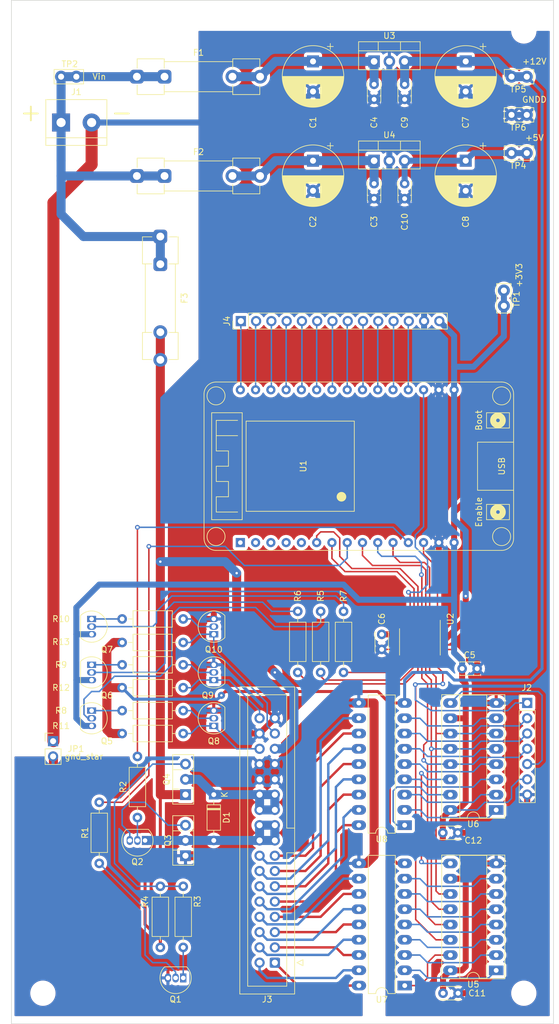
<source format=kicad_pcb>
(kicad_pcb (version 20211014) (generator pcbnew)

  (general
    (thickness 1.6)
  )

  (paper "A4")
  (layers
    (0 "F.Cu" signal)
    (31 "B.Cu" signal)
    (32 "B.Adhes" user "B.Adhesive")
    (33 "F.Adhes" user "F.Adhesive")
    (34 "B.Paste" user)
    (35 "F.Paste" user)
    (36 "B.SilkS" user "B.Silkscreen")
    (37 "F.SilkS" user "F.Silkscreen")
    (38 "B.Mask" user)
    (39 "F.Mask" user)
    (40 "Dwgs.User" user "User.Drawings")
    (41 "Cmts.User" user "User.Comments")
    (42 "Eco1.User" user "User.Eco1")
    (43 "Eco2.User" user "User.Eco2")
    (44 "Edge.Cuts" user)
    (45 "Margin" user)
    (46 "B.CrtYd" user "B.Courtyard")
    (47 "F.CrtYd" user "F.Courtyard")
    (48 "B.Fab" user)
    (49 "F.Fab" user)
    (50 "User.1" user)
    (51 "User.2" user)
    (52 "User.3" user)
    (53 "User.4" user)
    (54 "User.5" user)
    (55 "User.6" user)
    (56 "User.7" user)
    (57 "User.8" user)
    (58 "User.9" user)
  )

  (setup
    (stackup
      (layer "F.SilkS" (type "Top Silk Screen"))
      (layer "F.Paste" (type "Top Solder Paste"))
      (layer "F.Mask" (type "Top Solder Mask") (thickness 0.01))
      (layer "F.Cu" (type "copper") (thickness 0.035))
      (layer "dielectric 1" (type "core") (thickness 1.51) (material "FR4") (epsilon_r 4.5) (loss_tangent 0.02))
      (layer "B.Cu" (type "copper") (thickness 0.035))
      (layer "B.Mask" (type "Bottom Solder Mask") (thickness 0.01))
      (layer "B.Paste" (type "Bottom Solder Paste"))
      (layer "B.SilkS" (type "Bottom Silk Screen"))
      (copper_finish "None")
      (dielectric_constraints no)
    )
    (pad_to_mask_clearance 0)
    (pcbplotparams
      (layerselection 0x00010fc_ffffffff)
      (disableapertmacros false)
      (usegerberextensions false)
      (usegerberattributes true)
      (usegerberadvancedattributes true)
      (creategerberjobfile true)
      (svguseinch false)
      (svgprecision 6)
      (excludeedgelayer true)
      (plotframeref false)
      (viasonmask false)
      (mode 1)
      (useauxorigin false)
      (hpglpennumber 1)
      (hpglpenspeed 20)
      (hpglpendiameter 15.000000)
      (dxfpolygonmode true)
      (dxfimperialunits true)
      (dxfusepcbnewfont true)
      (psnegative false)
      (psa4output false)
      (plotreference true)
      (plotvalue true)
      (plotinvisibletext false)
      (sketchpadsonfab false)
      (subtractmaskfromsilk false)
      (outputformat 1)
      (mirror false)
      (drillshape 1)
      (scaleselection 1)
      (outputdirectory "")
    )
  )

  (net 0 "")
  (net 1 "Net-(C1-Pad1)")
  (net 2 "GNDD")
  (net 3 "Net-(C2-Pad1)")
  (net 4 "VCC")
  (net 5 "+3V3")
  (net 6 "+12V")
  (net 7 "Vdrive")
  (net 8 "Clear")
  (net 9 "Vin")
  (net 10 "Vflipdot")
  (net 11 "sr_data")
  (net 12 "sr_clk")
  (net 13 "sr_latch")
  (net 14 "sr_oe")
  (net 15 "Net-(J2-Pad5)")
  (net 16 "Y0")
  (net 17 "Y1")
  (net 18 "Y2")
  (net 19 "Y3")
  (net 20 "Y4")
  (net 21 "Y5")
  (net 22 "Y6")
  (net 23 "Y7")
  (net 24 "Y8")
  (net 25 "Y9")
  (net 26 "YA")
  (net 27 "YB")
  (net 28 "YC")
  (net 29 "YD")
  (net 30 "YE")
  (net 31 "YF")
  (net 32 "GNDPWR")
  (net 33 "data")
  (net 34 "reset")
  (net 35 "clock")
  (net 36 "Net-(Q1-Pad1)")
  (net 37 "Net-(Q1-Pad2)")
  (net 38 "Net-(Q2-Pad2)")
  (net 39 "Net-(Q2-Pad3)")
  (net 40 "Net-(Q4-Pad3)")
  (net 41 "Net-(Q5-Pad1)")
  (net 42 "Net-(Q5-Pad2)")
  (net 43 "Net-(Q6-Pad1)")
  (net 44 "Net-(Q6-Pad2)")
  (net 45 "Net-(Q7-Pad1)")
  (net 46 "Net-(Q7-Pad2)")
  (net 47 "Net-(Q8-Pad2)")
  (net 48 "Net-(Q9-Pad2)")
  (net 49 "Net-(Q10-Pad2)")
  (net 50 "sig_drive")
  (net 51 "sig_clear")
  (net 52 "sig_data")
  (net 53 "sig_clock")
  (net 54 "sig_reset")
  (net 55 "unconnected-(U1-Pad1)")
  (net 56 "unconnected-(U1-Pad2)")
  (net 57 "unconnected-(U1-Pad3)")
  (net 58 "unconnected-(U1-Pad4)")
  (net 59 "unconnected-(U1-Pad5)")
  (net 60 "Net-(U1-Pad6)")
  (net 61 "Net-(U1-Pad7)")
  (net 62 "Net-(U1-Pad9)")
  (net 63 "Net-(U1-Pad10)")
  (net 64 "Net-(U1-Pad11)")
  (net 65 "Net-(U1-Pad13)")
  (net 66 "Net-(U1-Pad18)")
  (net 67 "/p19")
  (net 68 "/p20")
  (net 69 "/p21")
  (net 70 "/p22")
  (net 71 "/p23")
  (net 72 "/p24")
  (net 73 "/p25")
  (net 74 "/p26")
  (net 75 "/p27")
  (net 76 "/p28")
  (net 77 "/p29")
  (net 78 "/p30")
  (net 79 "unconnected-(U2-Pad9)")
  (net 80 "unconnected-(U2-Pad12)")
  (net 81 "Net-(U5-Pad1)")
  (net 82 "Net-(U5-Pad2)")
  (net 83 "Net-(U5-Pad3)")
  (net 84 "Net-(U5-Pad4)")
  (net 85 "Net-(U5-Pad5)")
  (net 86 "Net-(U5-Pad6)")
  (net 87 "Net-(U5-Pad7)")
  (net 88 "Net-(U5-Pad9)")
  (net 89 "Net-(U5-Pad15)")
  (net 90 "Net-(U6-Pad1)")
  (net 91 "Net-(U6-Pad2)")
  (net 92 "Net-(U6-Pad3)")
  (net 93 "Net-(U6-Pad4)")
  (net 94 "Net-(U6-Pad5)")
  (net 95 "Net-(U6-Pad6)")
  (net 96 "Net-(U6-Pad7)")
  (net 97 "Net-(U6-Pad15)")

  (footprint "Package_DIP:DIP-18_W7.62mm_LongPads" (layer "F.Cu") (at 90.185 189.23 180))

  (footprint "Capacitor_THT:CP_Radial_D10.0mm_P5.00mm" (layer "F.Cu") (at 74.93 52.07 -90))

  (footprint "Package_TO_SOT_THT:TO-92_Inline" (layer "F.Cu") (at 46.99 165.1 180))

  (footprint "Fuse:Fuseholder_Clip-5x20mm_Littelfuse_100_Inline_P20.50x4.60mm_D1.30mm_Horizontal" (layer "F.Cu") (at 45.63 54.61))

  (footprint "Capacitor_THT:C_Disc_D3.0mm_W2.0mm_P2.50mm" (layer "F.Cu") (at 96.52 163.83))

  (footprint "Package_DIP:DIP-18_W7.62mm_LongPads" (layer "F.Cu") (at 90.17 162.56 180))

  (footprint "Capacitor_THT:C_Disc_D3.0mm_W2.0mm_P2.50mm" (layer "F.Cu") (at 86.36 130.83 -90))

  (footprint "Resistor_THT:R_Axial_DIN0207_L6.3mm_D2.5mm_P10.16mm_Horizontal" (layer "F.Cu") (at 76.2 137.16 90))

  (footprint "Package_TO_SOT_THT:TO-92_Inline" (layer "F.Cu") (at 58.42 130.81 90))

  (footprint "Resistor_THT:R_Axial_DIN0207_L6.3mm_D2.5mm_P10.16mm_Horizontal" (layer "F.Cu") (at 39.37 168.91 90))

  (footprint "MountingHole:MountingHole_3.2mm_M3" (layer "F.Cu") (at 110 30.5))

  (footprint "Capacitor_THT:CP_Radial_D10.0mm_P5.00mm" (layer "F.Cu") (at 74.93 35.56 -90))

  (footprint "Package_TO_SOT_THT:TO-92_Inline" (layer "F.Cu") (at 38.1 143.51 -90))

  (footprint "Resistor_THT:R_Axial_DIN0207_L6.3mm_D2.5mm_P10.16mm_Horizontal" (layer "F.Cu") (at 43.18 128.27))

  (footprint "Resistor_THT:R_Axial_DIN0207_L6.3mm_D2.5mm_P10.16mm_Horizontal" (layer "F.Cu") (at 53.34 172.72 -90))

  (footprint "Resistor_THT:R_Axial_DIN0207_L6.3mm_D2.5mm_P10.16mm_Horizontal" (layer "F.Cu") (at 43.18 139.7))

  (footprint "Resistor_THT:R_Axial_DIN0207_L6.3mm_D2.5mm_P10.16mm_Horizontal" (layer "F.Cu") (at 72.39 137.16 90))

  (footprint "Package_TO_SOT_THT:TO-126-3_Vertical" (layer "F.Cu") (at 53.715 167.64 90))

  (footprint "Resistor_THT:R_Axial_DIN0207_L6.3mm_D2.5mm_P10.16mm_Horizontal" (layer "F.Cu") (at 45.72 161.29 90))

  (footprint "Package_TO_SOT_THT:TO-92_Inline" (layer "F.Cu") (at 38.1 128.27 -90))

  (footprint "TestPoint:TestPoint_Bridge_Pitch2.54mm_Drill1.0mm" (layer "F.Cu") (at 107.95 50.8))

  (footprint "Resistor_THT:R_Axial_DIN0207_L6.3mm_D2.5mm_P10.16mm_Horizontal" (layer "F.Cu") (at 80.01 137.16 90))

  (footprint "Fuse:Fuseholder_Clip-5x20mm_Littelfuse_100_Inline_P20.50x4.60mm_D1.30mm_Horizontal" (layer "F.Cu") (at 49.53 64.68 -90))

  (footprint "Package_SO:TSSOP-20_4.4x6.5mm_P0.65mm" (layer "F.Cu") (at 92.71 132.08 -90))

  (footprint "Package_TO_SOT_THT:TO-92_Inline" (layer "F.Cu") (at 58.42 138.43 90))

  (footprint "Resistor_THT:R_Axial_DIN0207_L6.3mm_D2.5mm_P10.16mm_Horizontal" (layer "F.Cu") (at 43.18 143.51))

  (footprint "TestPoint:TestPoint_Bridge_Pitch2.54mm_Drill1.0mm" (layer "F.Cu") (at 107.95 38.1))

  (footprint "Package_TO_SOT_THT:TO-220-3_Vertical" (layer "F.Cu") (at 85.09 35.56))

  (footprint "Package_TO_SOT_THT:TO-92_Inline" (layer "F.Cu") (at 38.1 135.89 -90))

  (footprint "Resistor_THT:R_Axial_DIN0207_L6.3mm_D2.5mm_P10.16mm_Horizontal" (layer "F.Cu") (at 43.18 135.89))

  (footprint "Package_DIP:DIP-16_W7.62mm_Socket_LongPads" (layer "F.Cu") (at 105.4 186.7 180))

  (footprint "Package_TO_SOT_THT:TO-126-3_Vertical" (layer "F.Cu") (at 53.715 157.48 90))

  (footprint "Diode_THT:D_DO-35_SOD27_P7.62mm_Horizontal" (layer "F.Cu") (at 58.42 157.48 -90))

  (footprint "Resistor_THT:R_Axial_DIN0207_L6.3mm_D2.5mm_P10.16mm_Horizontal" (layer "F.Cu") (at 43.18 147.32))

  (footprint "Connector_IDC:IDC-Header_2x17_P2.54mm_Vertical" (layer "F.Cu")
    (tedit 5EAC9A07) (tstamp 8b62ae23-4838-4e53-a756-584183d130f4)
    (at 68.58 185.42 180)
    (descr "Through hole IDC box header, 2x17, 2.54mm pitch, DIN 41651 / IEC 60603-13, double rows, https://docs.google.com/spreadsheets/d/16SsEcesNF15N3Lb4niX7dcUr-NY5_MFPQhobNuNppn4/edit#gid=0")
    (tags "Through hole vertical IDC box header THT 2x17 2.54mm double row")
    (property "Sheetfile" "driverboardAnnax37623.kicad_sch")
    (property "Sheetname" "")
    (path "/beb64eba-eadc-4f05-81a7-b21abbe62850")
    (attr through_hole)
    (fp_text reference "J3" (at 1.27 -6.1) (layer "F.SilkS")
      (effects (font (size 1 1) (thickness 0.15)))
      (tstamp 689deca3-5466-491c-a9a3-53d98fd87efe)
    )
    (fp_text value "Conn_02x17_Odd_Even" (at 1.27 46.74) (layer "F.Fab")
      (effects (font (size 1 1) (thickness 0.15)))
      (tstamp 4941fc45-0972-4759-a2f9-60ca23500b3f)
    )
    (fp_text user "${REFERENCE}" (at 1.27 20.32 90) (layer "F.Fab")
      (effects (font (size 1 1) (thickness 0.15)))
      (tstamp e86b1c88-4780-40a8-9538-323b461addda)
    )
    (fp_line (start -1.98 22.37) (end -3.29 22.37) (layer "F.SilkS") (width 0.12) (tstamp 09b4e644-8cf4-4826-bd49-6eb1b6f696cc))
    (fp_line (start 5.83 45.85) (end -3.29 45.85) (layer "F.SilkS") (width 0.12) (tstamp 0b8a2ba5-bb99-4353-bacd-83620020f8df))
    (fp_line (start -3.29 -5.21) (end 5.83 -5.21) (layer "F.SilkS") (width 0.12) (tstamp 2752da1b-1da7-486d-9bcf-2b7325d23ac8))
    (fp_line (start -3.29 18.27) (end -1.98 18.27) (layer "F.SilkS") (width 0.12) (tstamp 2e817a7c-1714-441b-bd67-de5b2e9c3854))
    (fp_line (start -4.68 0.5) (end -3.68 0) (layer "F.SilkS") (width 0.12) (tstamp 3b6da6f8-981a-4c24-a56c-c7a280ad9615))
    (fp_line (start 4.52 44.55) (end -1.98 44.55) (layer "F.SilkS") (width 0.12) (tstamp 4faf6ac5-946b-4236-8988-af71b0d1eb98))
    (fp_line (start -3.29 45.85) (end -3.29 -5.21) (layer "F.SilkS") (width 0.12) (tstamp 54ea9454-4752-410d-af9f-f754ce1b28f0))
    (fp_line (start -3.68 0) (end -4.68 -0.5) (layer "F.SilkS") (width 0.12) (tstamp 9cae035c-0533-4720-816a-57923c00a526))
    (fp_line (start 4.52 -3.91) (end 4.52 44.55) (layer "F.SilkS") (width 0.12) (tstamp a6765332-443a-43f0-8a38-47964de6d3bf))
    (fp_line (start -1.98 -3.91) (end 4.52 -3.91) (layer "F.SilkS") (width 0.12) (tstamp a921a24f-8b7b-4f6a-b984-7bd16658cca5))
    (fp_line (start -4.68 -0.5) (end -4.68 0.5) (layer "F.SilkS") (width 0.12) (tstamp c2d9448e-6a29-46c8-8bac-3b84486c410d))
    (fp_line (start -1.98 22.37) (end -1.98 22.37) (layer "F.SilkS") (width 0.12) (tstamp c907d2d2-68fb-4370-87bb-6d10145c281e))
    (fp_line (start -1.98 18.27) (end -1.98 -3.91) (layer "F.SilkS") (width 0.12) (tstamp ce721a5e-1667-4724-aba5-9930f72e03d7))
    (fp_line (start 5.83 -5.21) (end 5.83 45.85) (layer "F.SilkS") (width 0.12) (tstamp dbc3feba-6f30-46c8-9e03-1ad5a95caa50))
    (fp_line (start -1.98 44.55) (end -1.98 22.37) (layer "F.SilkS") (width 0.12) (tstamp ea26dbfb-31b0-439e-92d1-d9ef9fb63398))
    (fp_line (start 6.22 46.24) (end 6.22 -5.6) (layer "F.CrtYd") (width 0.05) (tstamp 884f13d5-e452-4b1e-b559-c26661d129ab))
    (fp_line (start -3.68 46.24) (end 6.22 46.24) (layer "F.CrtYd") (width 0.05) (tstamp a239f5c7-5216-4d11-803a-6b81e195d273))
    (fp_line (start 6.22 -5.6) (end -3.68 -5.6) (layer "F.CrtYd") (width 0.05) (tstamp e8b52bd1-54fe-4aa8-af3c-726e37f16122))
    (fp_line (start -3.68 -5.6) (end -3.68 46.24) (layer "F.CrtYd") (width 0.05) (tstamp fc2c7c44-3198-4a77-9409-7922e249fa44))
    (fp_line (start -3.18 45.74) (end -3.18 -4.1) (layer "F.Fab") (width 0.1) (tstamp 28cceb28-e0ad-41d8-9bd6-a10c652296e3))
    (fp_line (start -1.98 -3.91) (end 4.52 -3.91) (layer "F.Fab") (width 0.1) (tstamp 35d4b408-dc22-4a92-b526-9a9db4eb1894))
    (fp_line (start 4.52 44.55) (end -1.98 44.55) (layer "F.Fab") (width 0.1) (tstamp 3f652f68-88ad-4fca-a4bb-4d983a6d6fd0))
    (fp_line (start -1.98 18.27) (end -1.98 -3.91) (layer "F.Fab") (width 0.1) (tstamp 50f2c929-6656-4132-bac5-8eef13471ce1))
    (fp_line (start 5.72 -5.1) (end 5.72 45.74) (layer "F.Fab") (width 0.1) (tstamp 5f9edd96-4e90-4234-97e5-c49fde07029c))
    (fp_line (start -1.98 22.37) (end -1.98 22.37) (layer "F.Fab") (width 0.1) (tstamp 62e9e221-baa3-4d3d-ba8f-3eccd009b996))
    (fp_line (start -3.18 -4.1) (end -2.18 -5.1) (layer "F.Fab") (width 0.1) (tstamp 71362ec6-72a2-4443-9909-0684ec24a695))
    (fp_line (start -1.98 22.37) (end -3.18 22.37) (layer "F.Fab") (width 0.1) (tstamp 8b7e0e87-7961-4145-b1d6-f025d7a217ed))
    (fp_line (start 5.72 45.74) (end -3.18 45.74) (layer "F.Fab") (width 0.1) (tstamp a3bb280e-5ac0-4c90-903f-61554aa782f5))
    (fp_line (start -2.18 -5.1) (end 5.72 -5.1) (layer "F.Fab") (width 0.1) (tstamp a58dc926-f232-4008-ab50-60eb88ac28f6))
    (fp_line (start 4.52 -3.91) (end 4.52 44.55) (layer "F.Fab") (width 0.1) (tstamp cce102d5-825e-4fdb-9651-255ec30bee17))
    (fp_line (start -1.98 44.55) (end -1.98 22.37) (layer "F.Fab") (width 0.1) (tstamp f18fd787-7fa7-4f43-b82e-3eb4665440eb))
    (fp_line (start -3.18 18.27) (end -1.98 18.27) (layer "F.Fab") (width 0.1) (tstamp fca77d92-b34a-4ded-b6d8-fda953a75497))
    (pad "1" thru_hole roundrect (at 0 0 180) (size 1.7 1.7) (drill 1) (layers *.Cu *.Mask) (roundrect_rratio 0.147059)
      (net 16 "Y0") (pinfunction "Pin_1") (pintype "passive") (tstamp 60cf0d44-f5f4-45ba-90bc-0562ace737ea))
    (pad "2" thru_hole circle (at 2.54 0 180) (size 1.7 1.7) (drill 1) (layers *.Cu *.Mask)
      (net 17 "Y1") (pinfunction "Pin_2") (pintype "passive") (tstamp cf133f88-09af-4e0e-aa5c-9650b455c371))
    (pad "3" thru_hole circle (at 0 2.54 180) (size 1.7 1.7) (drill 1) (layers *.Cu *.Mask)
      (net 18 "Y2") (pinfunction "Pin_3") (pintype "passive") (tstamp 0a284cff-5f39-491c-9c7b-472f383e3374))
    (pad "4" thru_hole circle (at 2.54 2.54 180) (size 1.7 1.7) (drill 1) (layers *.Cu *.Mask)
      (net 19 "Y3") (pinfunction "Pin_4") (pintype "passive") (tstamp 2c13039f-5d9b-4048-bc24-31f7e38191fe))
    (pad "5" thru_hole circle (at 0 5.08 180) (size 1.7 1.7) (drill 1) (layers *.Cu *.Mask)
      (net 20 "Y4") (pinfunction "Pin_5") (pintype "passive") (tstamp 2c5816a0-c32b-41e5-bba4-4f5e1e6feba4))
    (pad "6" thru_hole circle (at 2.54 5.08 180) (size 1.7 1.7) (drill 1) (layers *.Cu *.Mask)
      (net 21 "Y5") (pinfunction "Pin_6") (pintype "passive") (tstamp c1bd8d54-7dd2-4d04-918d-a074a85a8c0f))
    (pad "7" thru_hole circle (at 0 7.62 180) (size 1.7 1.7) (drill 1) (layers *.Cu *.Mask)
      (net 22 "Y6") (pinfunction "Pin_7") (pintype "passive") (tstamp 5dd67e29-d11b-43db-923f-a7d36b90d38e))
    (pad "8" thru_hole circle (at 2.54 7.62 180) (size 1.7 1.7) (drill 1) (layers *.Cu *.Mask)
      (net 23 "Y7") (pinfunction "Pin_8") (pintype "passive") (tstamp 83327f22-6eb7-4f31-b9e4-1fb28fbb1d92))
    (pad "9" thru_hole circle (at 0 10.16 180) (size 1.7 1.7) (drill 1) (layers *.Cu *.Mask)
      (net 24 "Y8") (pinfunction "Pin_9") (pintype "passive") (tstamp e1825a01-aadc-488f-aa57-15f0a72ef1a2))
    (pad "10" thru_hole circle (at 2.54 10.16 180) (size 1.7 1.7) (drill 1) (layers *.Cu *.Mask)
      (net 25 "Y9") (pinfunction "Pin_10") (pintype "passive") (tstamp 209aa7d2-c7c4-49eb-8bcf-a8387db04da4))
    (pad "11" thru_hole circle (at 0 12.7 180) (size 1.7 1.7) (drill 1) (layers *.Cu *.Mask)
      (net 26 "YA") (pinfunction "Pin_11") (pintype "passive") (tstamp 280f7e6f-a772-41c5-9ceb-829cf26bbfca))
    (pad "12" thru_hole circle (at 2.54 12.7 180) (size 1.7 1.7) (drill 1) (layers *.Cu *.Mask)
      (net 27 "YB") (pinfunction "Pin_12") (pintype "passive") (tstamp 1d5ae89a-f2f3-4d3b-94ac-6bd03e8c11f8))
    (pad "13" thru_hole circle (at 0 15.24 180) (size 1.7 1.7) (drill 1) (layers *.Cu *.Mask)
      (net 28 "YC") (pinfunction "Pin_13") (pintype "passive") (tstamp 3b2b9fd3-6da3-44e6-b11b-b1eed64f2bba))
    (pad "14" thru_hole circle (at 2.54 15.24 180) (size 1.7 1.7) (drill 1) (layers *.Cu *.Mask)
      (net 29 "YD") (pinfunction "Pin_14") (pintype "passive") (tstamp 9fc0dd68-5e01-448b-ba4f-3567d90907e2))
    (pad "15" thru_hole circle (at 0 17.78 180) (size 1.7 1.7) (drill 1) (layers *.Cu *.Mask)
      (net 30 "YE") (pinfunction "Pin_15") (pintype "passive") (tstamp f3530a49-4d64-4e5f-bff3-9dd756bec156))
    (pad "16" thru_hole circle (at 2.54 17.78 180) (size 1.7 1.7) (drill 1) (layers *.Cu *.Mask)
      (net 31 "YF") (pinfunction "Pin_16") (pintype "passive") (tstamp 005ad5e8-e53e-41e6-a9b3-eb11abdd515c))
    (pad "17" thru_hole circle (at 0 20.32 180) (size 1.7 1.7) (drill 1) (layers *.Cu *.Mask)
      (net 8 "Clear") (pinfunction "Pin_17") (pintype "passive") (tstamp 0b66cb1e-e88b-4f24-8380-b2ee2cd82331))
    (pad "18" thru_hole circle (at 2.54 20.32 180) (size 1.7 1.7) (drill 1) (layers *.Cu *.Mask)
      (net 8 "Clear") (pinfunction "Pin_18") (pintype "passive") (tstamp 3292bbd1-9c3c-4d5b-8918-4ea37992f8ce))
    (pad "19" thru_hole circle (at 0 22.86 180) (size 1.7 1.7) (drill 1) (layers *.Cu *.Mask)
      (net 8 "Clear") (pinfunction "Pin_19") (pintype "passive") (tstamp e10d87f3-c607-4e75-af23-033c8dcaffb9))
    (pad "20" thru_hole circle (at 2.54 22.86 180) (size 1.7 1.7) (drill 1) (layers *.Cu *.Mask)
      (net 8 "Clear") (pinfunction "Pin_20") (pintype "passive") (tstamp 1685cf40-a85a-4b0f-8e48-9b61b8805742))
    (pad "21" thru_hole circle (at 0 25.4 180) (size 1.7 1.7) (drill 1) (layers *.Cu *.Mask)
      (net 7 "Vdrive") (pinfunction "Pin_21") (pintype "passive") (tstamp 6d2fb650-1407-47ff-b32e-f3718d69c9d4))
    (pad "22" thru_hole circle (at 2.54 25.4 180) (size 1.7 1.7) (drill 1) (layers *.Cu *.Mask)
      (net 7 "Vdrive") (pinfunction "Pin_22") (pintype "passive") (tstamp fd95f9f1-355c-4664-8b3f-8ceb37e5365b))
    (pad "23" thru_hole circle (at 0 27.94 180) (size 1.7 1.7) (drill 1) (layers *.Cu *.Mask)
      (net 7 "Vdrive") (pinfunction "Pin_23") (pintype "passive") (tstamp 2a166515-214a-416e-8026-f00fb054ee4a))
    (pad "24" thru_hole circle (at 2.54 27.94 180) (size 1.7 1.7) (drill 1) (layers *.Cu *.Mask)
      (net 7 "Vdrive") (pinfunction "Pin_24") (pintype "passive") (tstamp c9ec3ee6-edc6-4d7f-8e50-32e3f116f410))
    (pad "25" thru_hole circle (at 0 30.48 180) (size 1.7 1.7) (drill 1) (layers *.Cu *.Mask)
      (net 32 "GNDPWR") (pinfunction "Pin_25") (pintype "passive") (tstamp 12699505-1c8c-4e01-b98f-c083e94a3686))
    (pad "26" thru_hole circle (at 2.54 30.48 180) (size 1.7 1.7) (drill 1) (layers *.Cu *.Mask)
      (net 32 "GNDPWR") (pinfunction "Pin_26") (pintype "passive") (tstamp 5418160b-b1dd-4f16-9b17-b1c6e7a9dab3))
    (pad "27" thru_hole circle (at 0 33.02 180) (size 1.7 1.7) (drill 1) (layers *.Cu *.Mask)
      (net 32 "GNDPWR") (pinfunction "Pin_27") (pintype "passive") (tstamp 6643960a-716f-4513-b5f5-83acb84cb3cd))
    (pad "28" thru_hole circle (at 2.54 33.02 180) (size 1.7 1.7) (drill 1) (layers *.Cu *.Mask)
      (net 32 "GNDPWR") (pinfunction "Pin_28") (pintype "passive") (tstamp d22a747a-a3f2-49bd-9629-f862320aeb8b))
    (pad "29" thru_hole circle (at 0 35.56 180) (size 1.7 1.7) (drill 1) (layers *.Cu *.Mask)
      (net 10 "Vflipdot") (pinfunction "Pin_29") (pintype "passive") (tstamp 085d3451-7f57-45dc-a406-086160865d51))
    (pad "30" thru_hole circle (at 2.54 35.56 180) (size 1.7 1.7) (drill 1) (layers *.Cu *.Mask)
      (net 33 "data") (pinfunction "Pin_30") (pintype "passive") (tstamp 42f8fa1d-940b-443d-9a39-6d7a6f24ec50))
    (pad "31" thru_hole circle (at 0 38.1 180) (size 1.7 1.7) (drill 1) (layers *.Cu *.Mask)
      (net 34 "reset") (pinfunction "Pin_
... [1237391 chars truncated]
</source>
